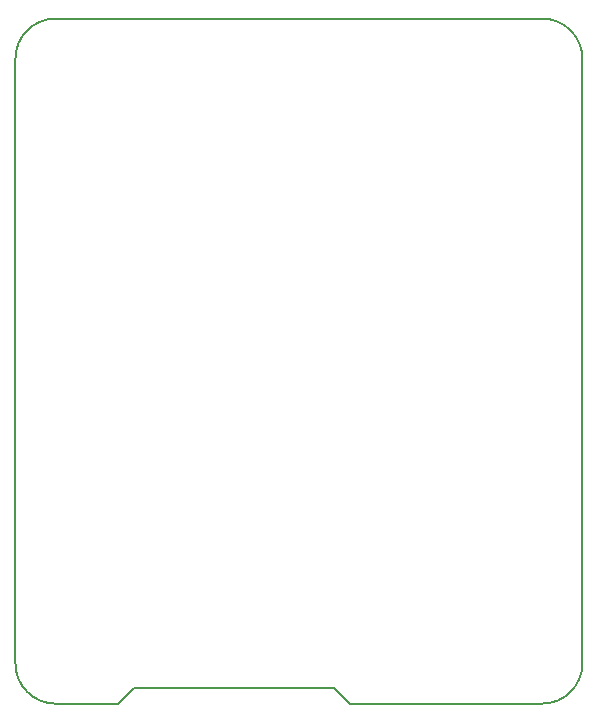
<source format=gbr>
G04 #@! TF.GenerationSoftware,KiCad,Pcbnew,5.0.2-bee76a0~70~ubuntu18.04.1*
G04 #@! TF.CreationDate,2019-02-14T01:12:15+09:00*
G04 #@! TF.ProjectId,LeonardoBB,4c656f6e-6172-4646-9f42-422e6b696361,rev?*
G04 #@! TF.SameCoordinates,Original*
G04 #@! TF.FileFunction,Profile,NP*
%FSLAX46Y46*%
G04 Gerber Fmt 4.6, Leading zero omitted, Abs format (unit mm)*
G04 Created by KiCad (PCBNEW 5.0.2-bee76a0~70~ubuntu18.04.1) date 2019年02月14日 01時12分15秒*
%MOMM*%
%LPD*%
G01*
G04 APERTURE LIST*
%ADD10C,0.150000*%
%ADD11C,0.200000*%
G04 APERTURE END LIST*
D10*
X123400000Y-128000000D02*
X128700000Y-128000000D01*
X147000000Y-126700000D02*
X148300000Y-128000000D01*
X130000000Y-126700000D02*
X147000000Y-126700000D01*
X128700000Y-128000000D02*
X130000000Y-126700000D01*
D11*
X120000000Y-73400000D02*
G75*
G02X123400000Y-70000000I3400000J0D01*
G01*
X168000000Y-73400000D02*
G75*
G03X164600000Y-70000000I-3400000J0D01*
G01*
X168000000Y-124600000D02*
G75*
G02X164600000Y-128000000I-3400000J0D01*
G01*
X123400000Y-128000000D02*
G75*
G02X120000000Y-124600000I0J3400000D01*
G01*
D10*
X164600000Y-70000000D02*
X123400000Y-70000000D01*
X168000000Y-124600000D02*
X168000000Y-73400000D01*
X148300000Y-128000000D02*
X164600000Y-128000000D01*
X120000000Y-73400000D02*
X120000000Y-124600000D01*
M02*

</source>
